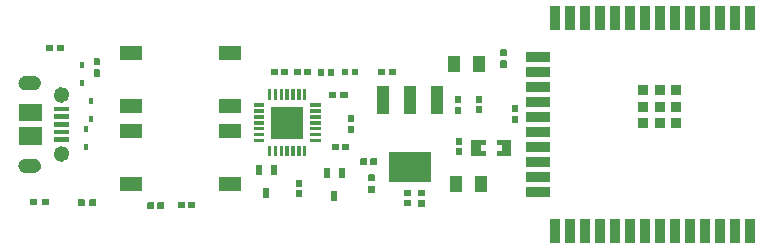
<source format=gtp>
G04 Layer: TopPasteMaskLayer*
G04 EasyEDA v6.5.42, 2024-04-08 08:38:15*
G04 e5b43dc0649c40c7af9ec927a61642e9,25835901624346e3b29966769a4e042a,10*
G04 Gerber Generator version 0.2*
G04 Scale: 100 percent, Rotated: No, Reflected: No *
G04 Dimensions in inches *
G04 leading zeros omitted , absolute positions ,3 integer and 6 decimal *
%FSLAX36Y36*%
%MOIN*%

%AMMACRO1*21,1,$1,$2,0,0,$3*%
%ADD10R,0.0207X0.0362*%
%ADD11R,0.0157X0.0236*%
%ADD12MACRO1,0.0394X0.0551X0.0000*%
%ADD13R,0.0394X0.0551*%
%ADD14R,0.0386X0.0972*%
%ADD15MACRO1,0.1417X0.0972X0.0000*%
%ADD16R,0.0374X0.0827*%
%ADD17R,0.0827X0.0374*%
%ADD18R,0.0354X0.0354*%
%ADD19R,0.0748X0.0512*%
%ADD20C,0.0266*%
%ADD21C,0.0128*%

%LPD*%
G36*
X2252800Y785180D02*
G01*
X2250060Y783199D01*
X2250060Y765500D01*
X2252800Y763520D01*
X2271700Y763520D01*
X2273680Y765500D01*
X2273680Y783199D01*
X2271700Y785180D01*
G37*
G36*
X2214220Y785180D02*
G01*
X2212260Y783199D01*
X2212260Y765500D01*
X2214220Y763520D01*
X2233120Y763520D01*
X2235880Y765500D01*
X2235880Y783199D01*
X2233120Y785180D01*
G37*
G36*
X2471140Y695699D02*
G01*
X2469180Y693740D01*
X2469180Y674840D01*
X2471140Y672080D01*
X2488860Y672080D01*
X2490820Y674840D01*
X2490820Y693740D01*
X2488860Y695699D01*
G37*
G36*
X2471140Y657920D02*
G01*
X2469180Y655160D01*
X2469180Y636260D01*
X2471140Y634300D01*
X2488860Y634300D01*
X2490820Y636260D01*
X2490820Y655160D01*
X2488860Y657920D01*
G37*
G36*
X2090580Y708160D02*
G01*
X2087820Y706200D01*
X2087820Y688480D01*
X2090580Y686520D01*
X2109480Y686520D01*
X2111460Y688480D01*
X2111460Y706200D01*
X2109480Y708160D01*
G37*
G36*
X2052000Y708160D02*
G01*
X2050040Y706200D01*
X2050040Y688480D01*
X2052000Y686520D01*
X2070900Y686520D01*
X2073660Y688480D01*
X2073660Y706200D01*
X2070900Y708160D01*
G37*
G36*
X2114140Y632720D02*
G01*
X2112180Y630740D01*
X2112180Y611840D01*
X2114140Y609080D01*
X2131860Y609080D01*
X2133820Y611840D01*
X2133820Y630740D01*
X2131860Y632720D01*
G37*
G36*
X2114140Y594920D02*
G01*
X2112180Y592160D01*
X2112180Y573260D01*
X2114140Y571300D01*
X2131860Y571300D01*
X2133820Y573260D01*
X2133820Y592160D01*
X2131860Y594920D01*
G37*
G36*
X1266700Y820840D02*
G01*
X1264720Y818860D01*
X1264720Y799960D01*
X1266700Y797200D01*
X1284420Y797200D01*
X1286380Y799960D01*
X1286380Y818860D01*
X1284420Y820840D01*
G37*
G36*
X1266700Y783040D02*
G01*
X1264720Y780280D01*
X1264720Y761380D01*
X1266700Y759419D01*
X1284420Y759419D01*
X1286380Y761380D01*
X1286380Y780280D01*
X1284420Y783040D01*
G37*
G36*
X1094280Y352060D02*
G01*
X1091540Y350100D01*
X1091540Y332380D01*
X1094280Y330400D01*
X1113180Y330400D01*
X1115160Y332380D01*
X1115160Y350100D01*
X1113180Y352060D01*
G37*
G36*
X1055700Y352060D02*
G01*
X1053740Y350100D01*
X1053740Y332380D01*
X1055700Y330400D01*
X1074600Y330400D01*
X1077360Y332380D01*
X1077360Y350100D01*
X1074600Y352060D01*
G37*
G36*
X1107380Y865020D02*
G01*
X1105400Y863060D01*
X1105400Y845340D01*
X1107380Y843360D01*
X1126260Y843360D01*
X1129020Y845340D01*
X1129020Y863060D01*
X1126260Y865020D01*
G37*
G36*
X1145960Y865020D02*
G01*
X1143200Y863060D01*
X1143200Y845340D01*
X1145960Y843360D01*
X1164840Y843360D01*
X1166820Y845340D01*
X1166820Y863060D01*
X1164840Y865020D01*
G37*
G36*
X2661139Y665699D02*
G01*
X2659180Y663740D01*
X2659180Y644840D01*
X2661139Y642080D01*
X2678860Y642080D01*
X2680820Y644840D01*
X2680820Y663740D01*
X2678860Y665699D01*
G37*
G36*
X2661139Y627920D02*
G01*
X2659180Y625160D01*
X2659180Y606260D01*
X2661139Y604300D01*
X2678860Y604300D01*
X2680820Y606260D01*
X2680820Y625160D01*
X2678860Y627920D01*
G37*
G36*
X2181700Y395820D02*
G01*
X2179720Y393060D01*
X2179720Y374159D01*
X2181700Y372180D01*
X2199420Y372180D01*
X2201380Y374159D01*
X2201380Y393060D01*
X2199420Y395820D01*
G37*
G36*
X2181700Y433600D02*
G01*
X2179720Y431640D01*
X2179720Y412740D01*
X2181700Y409980D01*
X2199420Y409980D01*
X2201380Y412740D01*
X2201380Y431640D01*
X2199420Y433600D01*
G37*
G36*
X2622140Y812920D02*
G01*
X2620179Y810160D01*
X2620179Y791260D01*
X2622140Y789300D01*
X2639860Y789300D01*
X2641820Y791260D01*
X2641820Y810160D01*
X2639860Y812920D01*
G37*
G36*
X2622140Y850699D02*
G01*
X2620179Y848740D01*
X2620179Y829840D01*
X2622140Y827080D01*
X2639860Y827080D01*
X2641820Y829840D01*
X2641820Y848740D01*
X2639860Y850699D01*
G37*
G36*
X1214040Y350760D02*
G01*
X1212060Y348800D01*
X1212060Y331079D01*
X1214040Y329120D01*
X1232940Y329120D01*
X1235680Y331079D01*
X1235680Y348800D01*
X1232940Y350760D01*
G37*
G36*
X1252620Y350760D02*
G01*
X1249860Y348800D01*
X1249860Y331079D01*
X1252620Y329120D01*
X1271520Y329120D01*
X1273480Y331079D01*
X1273480Y348800D01*
X1271520Y350760D01*
G37*
G36*
X2610179Y548700D02*
G01*
X2608220Y546740D01*
X2608399Y530200D01*
X2625740Y530200D01*
X2625740Y512480D01*
X2608020Y512480D01*
X2608220Y496340D01*
X2610179Y494380D01*
X2655460Y494380D01*
X2657420Y496340D01*
X2657420Y546740D01*
X2655460Y548700D01*
G37*
G36*
X2525540Y548700D02*
G01*
X2523560Y546740D01*
X2523560Y496340D01*
X2525540Y494380D01*
X2570820Y494380D01*
X2572780Y496340D01*
X2572580Y512480D01*
X2555260Y512480D01*
X2555260Y530200D01*
X2572780Y530200D01*
X2572780Y546740D01*
X2570820Y548700D01*
G37*
G36*
X1038060Y485800D02*
G01*
X1035280Y485640D01*
X1033880Y485439D01*
X1031160Y484780D01*
X1028540Y483800D01*
X1026060Y482520D01*
X1024860Y481780D01*
X1022640Y480080D01*
X1020639Y478120D01*
X1018880Y475959D01*
X1017380Y473579D01*
X1016180Y471060D01*
X1015680Y469739D01*
X1014960Y467040D01*
X1014700Y465680D01*
X1014460Y462879D01*
X1014539Y460080D01*
X1014960Y457320D01*
X1015680Y454620D01*
X1016740Y452020D01*
X1018100Y449580D01*
X1019720Y447299D01*
X1021620Y445240D01*
X1023740Y443400D01*
X1026060Y441840D01*
X1028540Y440560D01*
X1031160Y439600D01*
X1033880Y438940D01*
X1036660Y438600D01*
X1065620Y438560D01*
X1068420Y438720D01*
X1071180Y439219D01*
X1073860Y440040D01*
X1076420Y441160D01*
X1078820Y442600D01*
X1079960Y443400D01*
X1082080Y445240D01*
X1083980Y447299D01*
X1085600Y449580D01*
X1086960Y452020D01*
X1088000Y454620D01*
X1088420Y455959D01*
X1089000Y458700D01*
X1089240Y461480D01*
X1089160Y464280D01*
X1089000Y465680D01*
X1088420Y468400D01*
X1087520Y471060D01*
X1086320Y473579D01*
X1084820Y475959D01*
X1083060Y478120D01*
X1081040Y480080D01*
X1078820Y481780D01*
X1076420Y483200D01*
X1073860Y484320D01*
X1071180Y485140D01*
X1068420Y485640D01*
X1065620Y485800D01*
G37*
G36*
X1038060Y761400D02*
G01*
X1035280Y761220D01*
X1032540Y760720D01*
X1029880Y759880D01*
X1027340Y758740D01*
X1024940Y757320D01*
X1022740Y755620D01*
X1020740Y753680D01*
X1019000Y751500D01*
X1017520Y749140D01*
X1016320Y746620D01*
X1015420Y743980D01*
X1014860Y741260D01*
X1014599Y738480D01*
X1014599Y737080D01*
X1014860Y734300D01*
X1015420Y731580D01*
X1016320Y728940D01*
X1017520Y726420D01*
X1019000Y724060D01*
X1020740Y721900D01*
X1022740Y719940D01*
X1024940Y718240D01*
X1027340Y716820D01*
X1029880Y715680D01*
X1031200Y715220D01*
X1033900Y714560D01*
X1035280Y714340D01*
X1038060Y714160D01*
X1065620Y714160D01*
X1068400Y714340D01*
X1071160Y714860D01*
X1072500Y715220D01*
X1075100Y716220D01*
X1077580Y717500D01*
X1079880Y719060D01*
X1081980Y720879D01*
X1083860Y722960D01*
X1085480Y725220D01*
X1086820Y727660D01*
X1087860Y730240D01*
X1088600Y732940D01*
X1089000Y735699D01*
X1089080Y738480D01*
X1088840Y741260D01*
X1088260Y743980D01*
X1087380Y746620D01*
X1086180Y749140D01*
X1084700Y751500D01*
X1082960Y753680D01*
X1080960Y755620D01*
X1078740Y757320D01*
X1076360Y758740D01*
X1073820Y759880D01*
X1071160Y760720D01*
X1068400Y761220D01*
X1067020Y761360D01*
G37*
G36*
X1131760Y556680D02*
G01*
X1131760Y540880D01*
X1182940Y540880D01*
X1182940Y556680D01*
G37*
G36*
X1131760Y582280D02*
G01*
X1131760Y566480D01*
X1182940Y566480D01*
X1182940Y582280D01*
G37*
G36*
X1131760Y607860D02*
G01*
X1131760Y592120D01*
X1182940Y592120D01*
X1182940Y607860D01*
G37*
G36*
X1131760Y633480D02*
G01*
X1131760Y617680D01*
X1182940Y617680D01*
X1182940Y633480D01*
G37*
G36*
X1131760Y659020D02*
G01*
X1131760Y643319D01*
X1182940Y643319D01*
X1182940Y659020D01*
G37*
G36*
X1017200Y590140D02*
G01*
X1017200Y531080D01*
X1092000Y531080D01*
X1092000Y590140D01*
G37*
G36*
X1017200Y668880D02*
G01*
X1017200Y609820D01*
X1092000Y609820D01*
X1092000Y668880D01*
G37*
G36*
X2540940Y659680D02*
G01*
X2539360Y658120D01*
X2539360Y638400D01*
X2540940Y636820D01*
X2559060Y636820D01*
X2560640Y638400D01*
X2560640Y658120D01*
X2559060Y659680D01*
G37*
G36*
X2540940Y693180D02*
G01*
X2539360Y691600D01*
X2539360Y671880D01*
X2540940Y670320D01*
X2559060Y670320D01*
X2560640Y671880D01*
X2560640Y691600D01*
X2559060Y693180D01*
G37*
G36*
X2474220Y554180D02*
G01*
X2472660Y552600D01*
X2472660Y532880D01*
X2474220Y531320D01*
X2492340Y531320D01*
X2493920Y532880D01*
X2493920Y552600D01*
X2492340Y554180D01*
G37*
G36*
X2474220Y520680D02*
G01*
X2472660Y519099D01*
X2472660Y499400D01*
X2474220Y497819D01*
X2492340Y497819D01*
X2493920Y499400D01*
X2493920Y519099D01*
X2492340Y520680D01*
G37*
G36*
X1935660Y785020D02*
G01*
X1934100Y783439D01*
X1934100Y765320D01*
X1935660Y763760D01*
X1955380Y763760D01*
X1956960Y765320D01*
X1956960Y783439D01*
X1955380Y785020D01*
G37*
G36*
X1969160Y785020D02*
G01*
X1967580Y783439D01*
X1967580Y765320D01*
X1969160Y763760D01*
X1988860Y763760D01*
X1990440Y765320D01*
X1990440Y783439D01*
X1988860Y785020D01*
G37*
G36*
X1479160Y339820D02*
G01*
X1477580Y338240D01*
X1477580Y320140D01*
X1479160Y318560D01*
X1498860Y318560D01*
X1500440Y320140D01*
X1500440Y338240D01*
X1498860Y339820D01*
G37*
G36*
X1445660Y339820D02*
G01*
X1444100Y338240D01*
X1444100Y320140D01*
X1445660Y318560D01*
X1465380Y318560D01*
X1466960Y320140D01*
X1466960Y338240D01*
X1465380Y339820D01*
G37*
G36*
X1580820Y341860D02*
G01*
X1579240Y340280D01*
X1579240Y322180D01*
X1580820Y320600D01*
X1600540Y320600D01*
X1602100Y322180D01*
X1602100Y340280D01*
X1600540Y341860D01*
G37*
G36*
X1547340Y341860D02*
G01*
X1545760Y340280D01*
X1545760Y322180D01*
X1547340Y320600D01*
X1567040Y320600D01*
X1568620Y322180D01*
X1568620Y340280D01*
X1567040Y341860D01*
G37*
G36*
X2094900Y534640D02*
G01*
X2093320Y533060D01*
X2093320Y514960D01*
X2094900Y513380D01*
X2114600Y513380D01*
X2116180Y514960D01*
X2116180Y533060D01*
X2114600Y534640D01*
G37*
G36*
X2061399Y534640D02*
G01*
X2059840Y533060D01*
X2059840Y514960D01*
X2061399Y513380D01*
X2081120Y513380D01*
X2082700Y514960D01*
X2082700Y533060D01*
X2081120Y534640D01*
G37*
G36*
X2013080Y784080D02*
G01*
X2011500Y782500D01*
X2011500Y764400D01*
X2013080Y762820D01*
X2032780Y762820D01*
X2034360Y764400D01*
X2034360Y782500D01*
X2032780Y784080D01*
G37*
G36*
X2046560Y784080D02*
G01*
X2044980Y782500D01*
X2044980Y764400D01*
X2046560Y762820D01*
X2066279Y762820D01*
X2067840Y764400D01*
X2067840Y782500D01*
X2066279Y784080D01*
G37*
G36*
X1891200Y785560D02*
G01*
X1889620Y784000D01*
X1889620Y765879D01*
X1891200Y764300D01*
X1910900Y764300D01*
X1912480Y765879D01*
X1912480Y784000D01*
X1910900Y785560D01*
G37*
G36*
X1857700Y785560D02*
G01*
X1856140Y784000D01*
X1856140Y765879D01*
X1857700Y764300D01*
X1877420Y764300D01*
X1879000Y765879D01*
X1879000Y784000D01*
X1877420Y785560D01*
G37*
G36*
X1940940Y379680D02*
G01*
X1939360Y378120D01*
X1939360Y358400D01*
X1940940Y356820D01*
X1959060Y356820D01*
X1960640Y358400D01*
X1960640Y378120D01*
X1959060Y379680D01*
G37*
G36*
X1940940Y413180D02*
G01*
X1939360Y411599D01*
X1939360Y391880D01*
X1940940Y390319D01*
X1959060Y390319D01*
X1960640Y391880D01*
X1960640Y411599D01*
X1959060Y413180D01*
G37*
G36*
X2093080Y784640D02*
G01*
X2091500Y783060D01*
X2091500Y764960D01*
X2093080Y763379D01*
X2112780Y763379D01*
X2114360Y764960D01*
X2114360Y783060D01*
X2112780Y784640D01*
G37*
G36*
X2126560Y784640D02*
G01*
X2124980Y783060D01*
X2124980Y764960D01*
X2126560Y763379D01*
X2146280Y763379D01*
X2147840Y764960D01*
X2147840Y783060D01*
X2146280Y784640D01*
G37*
G36*
X2155860Y487040D02*
G01*
X2154280Y485480D01*
X2154280Y467360D01*
X2155860Y465780D01*
X2175560Y465780D01*
X2177140Y467360D01*
X2177140Y485480D01*
X2175560Y487040D01*
G37*
G36*
X2189340Y487040D02*
G01*
X2187760Y485480D01*
X2187760Y467360D01*
X2189340Y465780D01*
X2209060Y465780D01*
X2210620Y467360D01*
X2210620Y485480D01*
X2209060Y487040D01*
G37*
G36*
X2348400Y348880D02*
G01*
X2346820Y347299D01*
X2346820Y327600D01*
X2348400Y326019D01*
X2366500Y326019D01*
X2368080Y327600D01*
X2368080Y347299D01*
X2366500Y348880D01*
G37*
G36*
X2348400Y382380D02*
G01*
X2346820Y380800D01*
X2346820Y361079D01*
X2348400Y359520D01*
X2366500Y359520D01*
X2368080Y361079D01*
X2368080Y380800D01*
X2366500Y382380D01*
G37*
G36*
X2302480Y349260D02*
G01*
X2300900Y347680D01*
X2300900Y327960D01*
X2302480Y326400D01*
X2320580Y326400D01*
X2322160Y327960D01*
X2322160Y347680D01*
X2320580Y349260D01*
G37*
G36*
X2302480Y382740D02*
G01*
X2300900Y381160D01*
X2300900Y361460D01*
X2302480Y359880D01*
X2320580Y359880D01*
X2322160Y361460D01*
X2322160Y381160D01*
X2320580Y382740D01*
G37*
G36*
X1856860Y658160D02*
G01*
X1856860Y551860D01*
X1963140Y551860D01*
X1963140Y658160D01*
G37*
G36*
X1963540Y529220D02*
G01*
X1963540Y493579D01*
X1974560Y493579D01*
X1974560Y529220D01*
G37*
G36*
X1943860Y529220D02*
G01*
X1943860Y493579D01*
X1954880Y493579D01*
X1954880Y529220D01*
G37*
G36*
X1924160Y529220D02*
G01*
X1924160Y493579D01*
X1935200Y493579D01*
X1935200Y529220D01*
G37*
G36*
X1904480Y529220D02*
G01*
X1904480Y493579D01*
X1915520Y493579D01*
X1915520Y529220D01*
G37*
G36*
X1884800Y529220D02*
G01*
X1884800Y493579D01*
X1895820Y493579D01*
X1895820Y529220D01*
G37*
G36*
X1865120Y529220D02*
G01*
X1865120Y493579D01*
X1876140Y493579D01*
X1876140Y529220D01*
G37*
G36*
X1845420Y529220D02*
G01*
X1845420Y493579D01*
X1856459Y493579D01*
X1856459Y529220D01*
G37*
G36*
X1798580Y551460D02*
G01*
X1798580Y540440D01*
X1834220Y540440D01*
X1834220Y551460D01*
G37*
G36*
X1798580Y571140D02*
G01*
X1798580Y560120D01*
X1834220Y560120D01*
X1834220Y571140D01*
G37*
G36*
X1798580Y590840D02*
G01*
X1798580Y579800D01*
X1834220Y579800D01*
X1834220Y590840D01*
G37*
G36*
X1798580Y610520D02*
G01*
X1798580Y599480D01*
X1834220Y599480D01*
X1834220Y610520D01*
G37*
G36*
X1798580Y630200D02*
G01*
X1798580Y619180D01*
X1834220Y619180D01*
X1834220Y630200D01*
G37*
G36*
X1798580Y649880D02*
G01*
X1798580Y638860D01*
X1834220Y638860D01*
X1834220Y649880D01*
G37*
G36*
X1798580Y669580D02*
G01*
X1798580Y658540D01*
X1834220Y658540D01*
X1834220Y669580D01*
G37*
G36*
X1845420Y716420D02*
G01*
X1845420Y680780D01*
X1856459Y680780D01*
X1856459Y716420D01*
G37*
G36*
X1865120Y716420D02*
G01*
X1865120Y680780D01*
X1876140Y680780D01*
X1876140Y716420D01*
G37*
G36*
X1884800Y716420D02*
G01*
X1884800Y680780D01*
X1895820Y680780D01*
X1895820Y716420D01*
G37*
G36*
X1904480Y716420D02*
G01*
X1904480Y680780D01*
X1915520Y680780D01*
X1915520Y716420D01*
G37*
G36*
X1924160Y716420D02*
G01*
X1924160Y680780D01*
X1935200Y680780D01*
X1935200Y716420D01*
G37*
G36*
X1943860Y716420D02*
G01*
X1943860Y680780D01*
X1954880Y680780D01*
X1954880Y716420D01*
G37*
G36*
X1963540Y716420D02*
G01*
X1963540Y680780D01*
X1974560Y680780D01*
X1974560Y716420D01*
G37*
G36*
X1985780Y669580D02*
G01*
X1985780Y658540D01*
X2021420Y658540D01*
X2021420Y669580D01*
G37*
G36*
X1985780Y649880D02*
G01*
X1985780Y638860D01*
X2021420Y638860D01*
X2021420Y649880D01*
G37*
G36*
X1985780Y630200D02*
G01*
X1985780Y619180D01*
X2021420Y619180D01*
X2021420Y630200D01*
G37*
G36*
X1985780Y610520D02*
G01*
X1985780Y599480D01*
X2021420Y599480D01*
X2021420Y610520D01*
G37*
G36*
X1985780Y590840D02*
G01*
X1985780Y579800D01*
X2021420Y579800D01*
X2021420Y590840D01*
G37*
G36*
X1985780Y571140D02*
G01*
X1985780Y560120D01*
X2021420Y560120D01*
X2021420Y571140D01*
G37*
G36*
X1985780Y551460D02*
G01*
X1985780Y540440D01*
X2021420Y540440D01*
X2021420Y551460D01*
G37*
D10*
G01*
X2092590Y436399D03*
G01*
X2041409Y436399D03*
G01*
X2066999Y361599D03*
G01*
X1865889Y447069D03*
G01*
X1814709Y447069D03*
G01*
X1840299Y372269D03*
D11*
G01*
X1226980Y796810D03*
G01*
X1226980Y737759D03*
G01*
X1256999Y677519D03*
G01*
X1256999Y618470D03*
G01*
X1241000Y524470D03*
G01*
X1241000Y583519D03*
D12*
G01*
X2466665Y800909D03*
D13*
G01*
X2549359Y800909D03*
D12*
G01*
X2472955Y399619D03*
D13*
G01*
X2555659Y399619D03*
D14*
G01*
X2410550Y681610D03*
G01*
X2320000Y681610D03*
G01*
X2229449Y681610D03*
D15*
G01*
X2320000Y458385D03*
D16*
G01*
X3454430Y954329D03*
G01*
X3404430Y954329D03*
G01*
X3354430Y954329D03*
G01*
X3304430Y954329D03*
G01*
X3254430Y954329D03*
G01*
X3204430Y954329D03*
G01*
X3154430Y954329D03*
G01*
X3104430Y954329D03*
G01*
X3054430Y954329D03*
G01*
X3004430Y954329D03*
G01*
X2954430Y954329D03*
G01*
X2904430Y954329D03*
G01*
X2854430Y954329D03*
G01*
X2804430Y954329D03*
D17*
G01*
X2745569Y824989D03*
G01*
X2745569Y774989D03*
G01*
X2745569Y724989D03*
G01*
X2745569Y674989D03*
G01*
X2745569Y624989D03*
G01*
X2745569Y574989D03*
G01*
X2745569Y524989D03*
G01*
X2745569Y474989D03*
G01*
X2745569Y424989D03*
G01*
X2745569Y374989D03*
D16*
G01*
X2804430Y245670D03*
G01*
X2854430Y245670D03*
G01*
X2904430Y245670D03*
G01*
X2954430Y245670D03*
G01*
X3004430Y245670D03*
G01*
X3054430Y245670D03*
G01*
X3104430Y245670D03*
G01*
X3154430Y245670D03*
G01*
X3204430Y245670D03*
G01*
X3254430Y245670D03*
G01*
X3304430Y245670D03*
G01*
X3354430Y245670D03*
G01*
X3404430Y245670D03*
G01*
X3454430Y245670D03*
D18*
G01*
X3152030Y659059D03*
G01*
X3152030Y714169D03*
G01*
X3152030Y603939D03*
G01*
X3207150Y603939D03*
G01*
X3207150Y659050D03*
G01*
X3207150Y714169D03*
G01*
X3096909Y714169D03*
G01*
X3096909Y659050D03*
G01*
X3096909Y603939D03*
D19*
G01*
X1720349Y401419D03*
G01*
X1389650Y401419D03*
G01*
X1720349Y578580D03*
G01*
X1389650Y578580D03*
G01*
X1389650Y838580D03*
G01*
X1720349Y838580D03*
G01*
X1389650Y661419D03*
G01*
X1720349Y661419D03*
D20*
G75*
G01
X1171430Y698420D02*
G03X1171430Y698420I-13290J0D01*
G75*
G01
X1171430Y501570D02*
G03X1171430Y501570I-13290J0D01*
M02*

</source>
